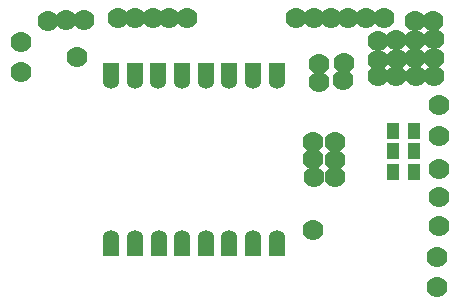
<source format=gbr>
%FSLAX35Y35*%
%MOIN*%
G04 EasyPC Gerber Version 18.0.8 Build 3632 *
%AMT79*0 Bullet Pad at angle 0*21,1,0.05331,0.06209,0,0,0*%
%ADD79T79*%
%ADD29R,0.04150X0.05724*%
%ADD78C,0.05331*%
%ADD25C,0.07000*%
%AMT77*0 Bullet Pad at angle 180*21,1,0.05331,0.06209,0,0,180*%
%ADD77T77*%
X0Y0D02*
D02*
D25*
X5758Y76541D03*
Y86541D03*
X14494Y93780D03*
X20485Y94154D03*
X24104Y81799D03*
X26475Y94154D03*
X37832Y94654D03*
X43698D03*
X49439D03*
X54930D03*
X60921D03*
X97114D03*
X102855Y23890D03*
Y47603D03*
Y53469D03*
X103104Y41737D03*
Y94778D03*
X104976Y79428D03*
X105101Y73312D03*
X108845Y94778D03*
X110343Y41737D03*
Y47478D03*
Y53469D03*
X113089Y73936D03*
X113213Y79802D03*
X114586Y94778D03*
X120577Y94654D03*
X124446Y80800D03*
X124570Y86916D03*
X124695Y75309D03*
X126567Y94654D03*
X130686Y75309D03*
Y87165D03*
X130811Y81050D03*
X136801Y93530D03*
X136926Y87290D03*
X137051Y81300D03*
X137300Y75309D03*
X143041Y93530D03*
X143291Y75184D03*
Y81424D03*
Y87540D03*
X144165Y14904D03*
X144414Y4920D03*
X144789Y25388D03*
Y44483D03*
Y55216D03*
Y65574D03*
X144913Y34873D03*
D02*
D29*
X129639Y43235D03*
Y50224D03*
Y57088D03*
X136725Y43235D03*
Y50224D03*
Y57088D03*
D02*
D77*
X35654Y76762D03*
D02*
D78*
Y73658D03*
D02*
D77*
X43528Y76762D03*
D02*
D78*
Y73658D03*
D02*
D77*
X51402Y76762D03*
D02*
D78*
Y73658D03*
D02*
D77*
X59276Y76762D03*
D02*
D78*
Y73658D03*
D02*
D77*
X67150Y76762D03*
D02*
D78*
Y73658D03*
D02*
D77*
X75024Y76762D03*
D02*
D78*
Y73658D03*
D02*
D77*
X82898Y76762D03*
D02*
D78*
Y73658D03*
D02*
D77*
X90772Y76762D03*
D02*
D78*
Y73658D03*
D02*
D79*
X35688Y18335D03*
D02*
D78*
Y21439D03*
D02*
D79*
X43562Y18335D03*
D02*
D78*
Y21439D03*
D02*
D79*
X51436Y18335D03*
D02*
D78*
Y21439D03*
D02*
D79*
X59310Y18335D03*
D02*
D78*
Y21439D03*
D02*
D79*
X67184Y18335D03*
D02*
D78*
Y21439D03*
D02*
D79*
X75058Y18335D03*
D02*
D78*
Y21439D03*
D02*
D79*
X82932Y18335D03*
D02*
D78*
Y21439D03*
D02*
D79*
X90806Y18335D03*
D02*
D78*
Y21439D03*
X0Y0D02*
M02*

</source>
